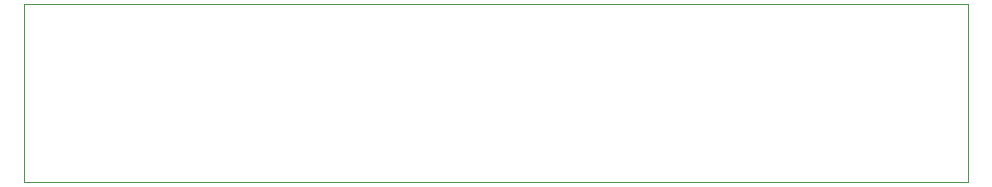
<source format=gbr>
%TF.GenerationSoftware,KiCad,Pcbnew,8.0.1*%
%TF.CreationDate,2024-05-30T20:05:06+03:00*%
%TF.ProjectId,jantteri-hit-detector,6a616e74-7465-4726-992d-6869742d6465,rev?*%
%TF.SameCoordinates,Original*%
%TF.FileFunction,Profile,NP*%
%FSLAX46Y46*%
G04 Gerber Fmt 4.6, Leading zero omitted, Abs format (unit mm)*
G04 Created by KiCad (PCBNEW 8.0.1) date 2024-05-30 20:05:06*
%MOMM*%
%LPD*%
G01*
G04 APERTURE LIST*
%TA.AperFunction,Profile*%
%ADD10C,0.050000*%
%TD*%
G04 APERTURE END LIST*
D10*
X63373000Y-53022500D02*
X63373000Y-37973000D01*
X63373000Y-37973000D02*
X143319500Y-37973000D01*
X143319500Y-37973000D02*
X143319500Y-53022500D01*
X143319500Y-53022500D02*
X63373000Y-53022500D01*
M02*

</source>
